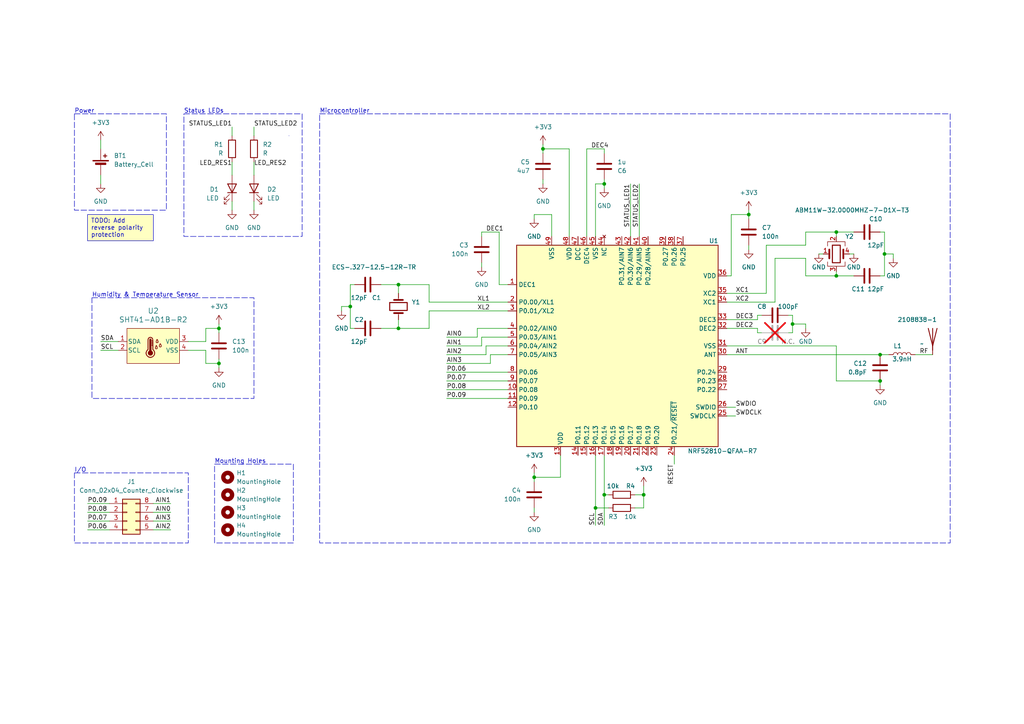
<source format=kicad_sch>
(kicad_sch (version 20230121) (generator eeschema)
  (paper "A4")
  (lib_symbols
    (symbol "Connector_Generic:Conn_02x04_Counter_Clockwise" (pin_names (offset 1.016) hide)
      (property "Reference" "J" (at 1.27 5.08 0))
      (property "Value" "Conn_02x04_Counter_Clockwise" (at 1.27 -7.62 0))
      (symbol "Conn_02x04_Counter_Clockwise_1_1"
        (rectangle (start -1.27 -4.953) (end 0 -5.207) (stroke (width 0.1524)))
        (rectangle (start -1.27 -2.413) (end 0 -2.667) (stroke (width 0.1524)))
        (rectangle (start -1.27 0.127) (end 0 -0.127) (stroke (width 0.1524)))
        (rectangle (start -1.27 2.667) (end 0 2.413) (stroke (width 0.1524)))
        (rectangle (start -1.27 3.81) (end 3.81 -6.35) (stroke (width 0.254)) (fill (type background)))
        (rectangle (start 3.81 -4.953) (end 2.54 -5.207) (stroke (width 0.1524)))
        (rectangle (start 3.81 -2.413) (end 2.54 -2.667) (stroke (width 0.1524)))
        (rectangle (start 3.81 0.127) (end 2.54 -0.127) (stroke (width 0.1524)))
        (rectangle (start 3.81 2.667) (end 2.54 2.413) (stroke (width 0.1524)))
        (pin passive line (at -5.08 2.54 0) (length 3.81) (name "Pin_1") (number "1"))
        (pin passive line (at -5.08 0 0) (length 3.81) (name "Pin_2") (number "2"))
        (pin passive line (at -5.08 -2.54 0) (length 3.81) (name "Pin_3") (number "3"))
        (pin passive line (at -5.08 -5.08 0) (length 3.81) (name "Pin_4") (number "4"))
        (pin passive line (at 7.62 -5.08 180) (length 3.81) (name "Pin_5") (number "5"))
        (pin passive line (at 7.62 -2.54 180) (length 3.81) (name "Pin_6") (number "6"))
        (pin passive line (at 7.62 0 180) (length 3.81) (name "Pin_7") (number "7"))
        (pin passive line (at 7.62 2.54 180) (length 3.81) (name "Pin_8") (number "8"))
      )
    )
    (symbol "Device:Antenna" (pin_numbers hide) (pin_names (offset 1.016) hide)
      (property "Reference" "AE" (at -1.905 1.905 0))
      (property "Value" "Antenna" (at -1.905 0 0))
      (symbol "Antenna_0_1"
        (polyline (pts (xy 0 2.54) (xy 0 -3.81)) (stroke (width 0.254)))
        (polyline (pts (xy 1.27 2.54) (xy 0 -2.54) (xy -1.27 2.54)) (stroke (width 0.254)))
      )
      (symbol "Antenna_1_1"
        (pin input line (at 0 -5.08 90) (length 2.54) (name "A") (number "1"))
      )
    )
    (symbol "Device:Battery_Cell" (pin_numbers hide) (pin_names (offset 0) hide)
      (property "Reference" "BT" (at 2.54 2.54 0))
      (property "Value" "Battery_Cell" (at 2.54 0 0))
      (symbol "Battery_Cell_0_1"
        (rectangle (start -2.286 1.778) (end 2.286 1.524) (fill (type outline)))
        (rectangle (start -1.524 1.016) (end 1.524 0.508) (fill (type outline)))
        (polyline (pts (xy 0 0.762) (xy 0 0)))
        (polyline (pts (xy 0 1.778) (xy 0 2.54)))
        (polyline (pts (xy 0.762 3.048) (xy 1.778 3.048)) (stroke (width 0.254)))
        (polyline (pts (xy 1.27 3.556) (xy 1.27 2.54)) (stroke (width 0.254)))
      )
      (symbol "Battery_Cell_1_1"
        (pin passive line (at 0 5.08 270) (length 2.54) (name "+") (number "1"))
        (pin passive line (at 0 -2.54 90) (length 2.54) (name "-") (number "2"))
      )
    )
    (symbol "Device:C" (pin_numbers hide) (pin_names (offset 0.254))
      (property "Reference" "C" (at 0.635 2.54 0))
      (property "Value" "C" (at 0.635 -2.54 0))
      (symbol "C_0_1"
        (polyline (pts (xy -2.032 -0.762) (xy 2.032 -0.762)) (stroke (width 0.508)))
        (polyline (pts (xy -2.032 0.762) (xy 2.032 0.762)) (stroke (width 0.508)))
      )
      (symbol "C_1_1"
        (pin passive line (at 0 3.81 270) (length 2.794) (name "~") (number "1"))
        (pin passive line (at 0 -3.81 90) (length 2.794) (name "~") (number "2"))
      )
    )
    (symbol "Device:Crystal" (pin_numbers hide) (pin_names (offset 1.016) hide)
      (property "Reference" "Y" (at 0 3.81 0))
      (property "Value" "Crystal" (at 0 -3.81 0))
      (symbol "Crystal_0_1"
        (rectangle (start -1.143 2.54) (end 1.143 -2.54) (stroke (width 0.3048)))
        (polyline (pts (xy -2.54 0) (xy -1.905 0)))
        (polyline (pts (xy -1.905 -1.27) (xy -1.905 1.27)) (stroke (width 0.508)))
        (polyline (pts (xy 1.905 -1.27) (xy 1.905 1.27)) (stroke (width 0.508)))
        (polyline (pts (xy 2.54 0) (xy 1.905 0)))
      )
      (symbol "Crystal_1_1"
        (pin passive line (at -3.81 0 0) (length 1.27) (name "1") (number "1"))
        (pin passive line (at 3.81 0 180) (length 1.27) (name "2") (number "2"))
      )
    )
    (symbol "Device:Crystal_GND23" (pin_names (offset 1.016) hide)
      (property "Reference" "Y" (at 3.175 5.08 0))
      (property "Value" "Crystal_GND23" (at 3.175 3.175 0))
      (symbol "Crystal_GND23_0_1"
        (rectangle (start -1.143 2.54) (end 1.143 -2.54) (stroke (width 0.3048)))
        (polyline (pts (xy -2.54 0) (xy -2.032 0)))
        (polyline (pts (xy -2.032 -1.27) (xy -2.032 1.27)) (stroke (width 0.508)))
        (polyline (pts (xy 0 -3.81) (xy 0 -3.556)))
        (polyline (pts (xy 0 3.556) (xy 0 3.81)))
        (polyline (pts (xy 2.032 -1.27) (xy 2.032 1.27)) (stroke (width 0.508)))
        (polyline (pts (xy 2.032 0) (xy 2.54 0)))
        (polyline (pts (xy -2.54 -2.286) (xy -2.54 -3.556) (xy 2.54 -3.556) (xy 2.54 -2.286)))
        (polyline (pts (xy -2.54 2.286) (xy -2.54 3.556) (xy 2.54 3.556) (xy 2.54 2.286)))
      )
      (symbol "Crystal_GND23_1_1"
        (pin passive line (at -3.81 0 0) (length 1.27) (name "1") (number "1"))
        (pin passive line (at 0 5.08 270) (length 1.27) (name "2") (number "2"))
        (pin passive line (at 0 -5.08 90) (length 1.27) (name "3") (number "3"))
        (pin passive line (at 3.81 0 180) (length 1.27) (name "4") (number "4"))
      )
    )
    (symbol "Device:L" (pin_numbers hide) (pin_names (offset 1.016) hide)
      (property "Reference" "L" (at -1.27 0 90))
      (property "Value" "L" (at 1.905 0 90))
      (symbol "L_0_1"
        (arc (start 0 -2.54) (mid 0.6323 -1.905) (end 0 -1.27))
        (arc (start 0 -1.27) (mid 0.6323 -0.635) (end 0 0))
        (arc (start 0 0) (mid 0.6323 0.635) (end 0 1.27))
        (arc (start 0 1.27) (mid 0.6323 1.905) (end 0 2.54))
      )
      (symbol "L_1_1"
        (pin passive line (at 0 3.81 270) (length 1.27) (name "1") (number "1"))
        (pin passive line (at 0 -3.81 90) (length 1.27) (name "2") (number "2"))
      )
    )
    (symbol "Device:LED" (pin_numbers hide) (pin_names (offset 1.016) hide)
      (property "Reference" "D" (at 0 2.54 0))
      (property "Value" "LED" (at 0 -2.54 0))
      (symbol "LED_0_1"
        (polyline (pts (xy -1.27 -1.27) (xy -1.27 1.27)) (stroke (width 0.254)))
        (polyline (pts (xy -1.27 0) (xy 1.27 0)))
        (polyline (pts (xy 1.27 -1.27) (xy 1.27 1.27) (xy -1.27 0) (xy 1.27 -1.27)) (stroke (width 0.254)))
        (polyline (pts (xy -3.048 -0.762) (xy -4.572 -2.286) (xy -3.81 -2.286) (xy -4.572 -2.286) (xy -4.572 -1.524)))
        (polyline (pts (xy -1.778 -0.762) (xy -3.302 -2.286) (xy -2.54 -2.286) (xy -3.302 -2.286) (xy -3.302 -1.524)))
      )
      (symbol "LED_1_1"
        (pin passive line (at -3.81 0 0) (length 2.54) (name "K") (number "1"))
        (pin passive line (at 3.81 0 180) (length 2.54) (name "A") (number "2"))
      )
    )
    (symbol "Device:R" (pin_numbers hide) (pin_names (offset 0))
      (property "Reference" "R" (at 2.032 0 90))
      (property "Value" "R" (at 0 0 90))
      (symbol "R_0_1"
        (rectangle (start -1.016 -2.54) (end 1.016 2.54) (stroke (width 0.254)))
      )
      (symbol "R_1_1"
        (pin passive line (at 0 3.81 270) (length 1.27) (name "~") (number "1"))
        (pin passive line (at 0 -3.81 90) (length 1.27) (name "~") (number "2"))
      )
    )
    (symbol "Mechanical:MountingHole" (pin_names (offset 1.016))
      (property "Reference" "H" (at 0 5.08 0))
      (property "Value" "MountingHole" (at 0 3.175 0))
      (symbol "MountingHole_0_1"
        (circle (center 0 0) (radius 1.27) (stroke (width 1.27)))
      )
    )
    (symbol "encyclopedia_galactica:NRF52810-QFAA-R7"
      (property "Reference" "U" (at 0 54.61 0))
      (property "Value" "NRF52810-QFAA-R7" (at 0 52.07 0))
      (symbol "NRF52810-QFAA-R7_0_1"
        (rectangle (start -29.21 29.21) (end 29.21 -29.21) (stroke (width 0.254)) (fill (type background)))
      )
      (symbol "NRF52810-QFAA-R7_1_1"
        (pin passive line (at -31.75 17.78 0) (length 2.54) (name "DEC1") (number "1"))
        (pin bidirectional line (at -31.75 -12.7 0) (length 2.54) (name "P0.08") (number "10"))
        (pin bidirectional line (at -31.75 -15.24 0) (length 2.54) (name "P0.09") (number "11"))
        (pin bidirectional line (at -31.75 -17.78 0) (length 2.54) (name "P0.10") (number "12"))
        (pin power_in line (at -16.51 -31.75 90) (length 2.54) (name "VDD") (number "13"))
        (pin bidirectional line (at -11.43 -31.75 90) (length 2.54) (name "P0.11") (number "14"))
        (pin bidirectional line (at -8.89 -31.75 90) (length 2.54) (name "P0.12") (number "15"))
        (pin bidirectional line (at -6.35 -31.75 90) (length 2.54) (name "P0.13") (number "16"))
        (pin bidirectional line (at -3.81 -31.75 90) (length 2.54) (name "P0.14") (number "17"))
        (pin bidirectional line (at -1.27 -31.75 90) (length 2.54) (name "P0.15") (number "18"))
        (pin bidirectional line (at 1.27 -31.75 90) (length 2.54) (name "P0.16") (number "19"))
        (pin bidirectional line (at -31.75 12.7 0) (length 2.54) (name "P0.00/XL1") (number "2"))
        (pin bidirectional line (at 3.81 -31.75 90) (length 2.54) (name "P0.17") (number "20"))
        (pin bidirectional line (at 6.35 -31.75 90) (length 2.54) (name "P0.18") (number "21"))
        (pin bidirectional line (at 8.89 -31.75 90) (length 2.54) (name "P0.19") (number "22"))
        (pin bidirectional line (at 11.43 -31.75 90) (length 2.54) (name "P0.20") (number "23"))
        (pin bidirectional line (at 16.51 -31.75 90) (length 2.54) (name "P0.21/~{RESET}") (number "24"))
        (pin input line (at 31.75 -20.32 180) (length 2.54) (name "SWDCLK") (number "25"))
        (pin bidirectional line (at 31.75 -17.78 180) (length 2.54) (name "SWDIO") (number "26"))
        (pin bidirectional line (at 31.75 -12.7 180) (length 2.54) (name "P0.22") (number "27"))
        (pin bidirectional line (at 31.75 -10.16 180) (length 2.54) (name "P0.23") (number "28"))
        (pin bidirectional line (at 31.75 -7.62 180) (length 2.54) (name "P0.24") (number "29"))
        (pin bidirectional line (at -31.75 10.16 0) (length 2.54) (name "P0.01/XL2") (number "3"))
        (pin passive line (at 31.75 -2.54 180) (length 2.54) (name "ANT") (number "30"))
        (pin power_in line (at 31.75 0 180) (length 2.54) (name "VSS") (number "31"))
        (pin passive line (at 31.75 5.08 180) (length 2.54) (name "DEC2") (number "32"))
        (pin passive line (at 31.75 7.62 180) (length 2.54) (name "DEC3") (number "33"))
        (pin input line (at 31.75 12.7 180) (length 2.54) (name "XC1") (number "34"))
        (pin input line (at 31.75 15.24 180) (length 2.54) (name "XC2") (number "35"))
        (pin passive line (at 31.75 20.32 180) (length 2.54) (name "VDD") (number "36"))
        (pin bidirectional line (at 19.05 31.75 270) (length 2.54) (name "P0.25") (number "37"))
        (pin bidirectional line (at 16.51 31.75 270) (length 2.54) (name "P0.26") (number "38"))
        (pin bidirectional line (at 13.97 31.75 270) (length 2.54) (name "P0.27") (number "39"))
        (pin bidirectional line (at -31.75 5.08 0) (length 2.54) (name "P0.02/AIN0") (number "4"))
        (pin bidirectional line (at 8.89 31.75 270) (length 2.54) (name "P0.28/AIN4") (number "40"))
        (pin bidirectional line (at 6.35 31.75 270) (length 2.54) (name "P0.29/AIN5") (number "41"))
        (pin bidirectional line (at 3.81 31.75 270) (length 2.54) (name "P0.30/AIN6") (number "42"))
        (pin bidirectional line (at 1.27 31.75 270) (length 2.54) (name "P0.31/AIN7") (number "43"))
        (pin no_connect line (at -3.81 31.75 270) (length 2.54) (name "NC") (number "44"))
        (pin passive line (at -6.35 31.75 270) (length 2.54) (name "VSS") (number "45"))
        (pin passive line (at -8.89 31.75 270) (length 2.54) (name "DEC4") (number "46"))
        (pin power_out line (at -11.43 31.75 270) (length 2.54) (name "DCC") (number "47"))
        (pin passive line (at -13.97 31.75 270) (length 2.54) (name "VDD") (number "48"))
        (pin passive line (at -19.05 31.75 270) (length 2.54) (name "VSS") (number "49"))
        (pin bidirectional line (at -31.75 2.54 0) (length 2.54) (name "P0.03/AIN1") (number "5"))
        (pin bidirectional line (at -31.75 0 0) (length 2.54) (name "P0.04/AIN2") (number "6"))
        (pin bidirectional line (at -31.75 -2.54 0) (length 2.54) (name "P0.05/AIN3") (number "7"))
        (pin bidirectional line (at -31.75 -7.62 0) (length 2.54) (name "P0.06") (number "8"))
        (pin bidirectional line (at -31.75 -10.16 0) (length 2.54) (name "P0.07") (number "9"))
      )
    )
    (symbol "encyclopedia_galactica:SHT41-AD1B-R2" (pin_names (offset 0.254))
      (property "Reference" "U" (at 0 13.97 0))
      (property "Value" "SHT41-AD1B-R2" (at 0 11.43 0))
      (symbol "SHT41-AD1B-R2_0_0"
        (polyline (pts (xy -0.7782 -2.7679) (xy -0.7538 -2.7614) (xy -0.6273 -2.7452) (xy -0.5713 -2.733) (xy -0.4386 -2.65) (xy -0.3005 -2.5149) (xy -0.1862 -2.3589) (xy -0.1253 -2.2133) (xy -0.1122 -1.9777) (xy -0.1841 -1.7536) (xy -0.3553 -1.5359) (xy -0.5465 -1.3446) (xy -0.5465 0.2882) (xy -0.5465 1.9209) (xy -0.6855 2.012) (xy -0.7691 2.0613) (xy -0.8546 2.0708) (xy -0.9634 2.012) (xy -1.1023 1.9209) (xy -1.1023 0.2767) (xy -1.1023 -1.3675) (xy -1.2424 -1.4777) (xy -1.2888 -1.5171) (xy -1.4497 -1.7284) (xy -1.5229 -1.9679) (xy -1.5126 -2.2124) (xy -1.4228 -2.4384) (xy -1.2576 -2.6226) (xy -1.0211 -2.7416) (xy -0.8813 -2.7694) (xy -0.7782 -2.7679)) (stroke (width 0.01)) (fill (type outline)))
        (polyline (pts (xy 2.1727 -0.3391) (xy 2.3119 -0.2679) (xy 2.3683 -0.175) (xy 2.3992 -0.0278) (xy 2.3871 0.0546) (xy 2.337 0.2108) (xy 2.2619 0.3868) (xy 2.177 0.5511) (xy 2.0973 0.6727) (xy 2.0379 0.7202) (xy 1.9994 0.6955) (xy 1.9245 0.5928) (xy 1.8393 0.4391) (xy 1.7593 0.2658) (xy 1.6999 0.1045) (xy 1.6767 -0.0135) (xy 1.6805 -0.0349) (xy 1.7878 -0.0349) (xy 1.7977 0.0177) (xy 1.8421 0.1542) (xy 1.9103 0.3256) (xy 2.0328 0.6103) (xy 2.1597 0.3359) (xy 2.2226 0.1922) (xy 2.2764 0.0231) (xy 2.275 -0.0919) (xy 2.2213 -0.1774) (xy 2.1655 -0.214) (xy 2.0379 -0.2441) (xy 1.9584 -0.2324) (xy 1.8367 -0.1559) (xy 1.7878 -0.0349) (xy 1.6805 -0.0349) (xy 1.6952 -0.1171) (xy 1.7686 -0.2536) (xy 1.8305 -0.3015) (xy 1.9945 -0.3498) (xy 2.1727 -0.3391)) (stroke (width 0.01)) (fill (type outline)))
        (polyline (pts (xy 1.2779 0.8852) (xy 1.3876 0.9342) (xy 1.439 1.0346) (xy 1.4494 1.2197) (xy 1.4056 1.4476) (xy 1.3104 1.6903) (xy 1.2438 1.815) (xy 1.1682 1.9333) (xy 1.1209 1.9791) (xy 1.087 1.9506) (xy 1.016 1.8457) (xy 0.9313 1.6903) (xy 0.8493 1.4902) (xy 0.7962 1.2577) (xy 0.7964 1.2083) (xy 0.8985 1.2083) (xy 0.907 1.2863) (xy 0.947 1.4367) (xy 1.0063 1.5899) (xy 1.0699 1.7089) (xy 1.1227 1.7568) (xy 1.1687 1.7194) (xy 1.2295 1.6057) (xy 1.286 1.4514) (xy 1.3252 1.2933) (xy 1.3338 1.1679) (xy 1.3235 1.1054) (xy 1.2709 1.0212) (xy 1.1467 0.9899) (xy 1.1356 0.9889) (xy 0.987 0.994) (xy 0.9164 1.0597) (xy 0.8985 1.2083) (xy 0.7964 1.2083) (xy 0.7968 1.063) (xy 0.8541 0.9342) (xy 0.9555 0.8871) (xy 1.116 0.8695) (xy 1.2779 0.8852)) (stroke (width 0.01)) (fill (type outline)))
        (polyline (pts (xy 1.1245 -0.8535) (xy 1.1312 -0.8498) (xy 1.2085 -0.7577) (xy 1.2315 -0.5895) (xy 1.2238 -0.507) (xy 1.1823 -0.3342) (xy 1.116 -0.1464) (xy 1.038 0.0259) (xy 0.9612 0.1517) (xy 0.8985 0.2005) (xy 0.864 0.1827) (xy 0.7914 0.0847) (xy 0.7123 -0.0722) (xy 0.6397 -0.2572) (xy 0.5864 -0.4397) (xy 0.5682 -0.5702) (xy 0.6762 -0.5702) (xy 0.6847 -0.4923) (xy 0.7246 -0.3419) (xy 0.784 -0.1887) (xy 0.8476 -0.0697) (xy 0.9004 -0.0218) (xy 0.9464 -0.0591) (xy 1.0072 -0.1728) (xy 1.0637 -0.3271) (xy 1.1029 -0.4853) (xy 1.1115 -0.6106) (xy 1.1012 -0.6731) (xy 1.0485 -0.7574) (xy 0.9243 -0.7887) (xy 0.9133 -0.7897) (xy 0.7647 -0.7846) (xy 0.6941 -0.7188) (xy 0.6762 -0.5702) (xy 0.5682 -0.5702) (xy 0.5656 -0.5887) (xy 0.5845 -0.7427) (xy 0.6623 -0.851) (xy 0.7257 -0.88) (xy 0.9286 -0.906) (xy 1.1245 -0.8535)) (stroke (width 0.01)) (fill (type outline)))
        (polyline (pts (xy -0.5545 -3.3797) (xy -0.2175 -3.2426) (xy 0.0945 -2.9972) (xy 0.1243 -2.9669) (xy 0.3463 -2.6832) (xy 0.4707 -2.3844) (xy 0.5089 -2.044) (xy 0.476 -1.8294) (xy 0.3828 -1.5698) (xy 0.2505 -1.3237) (xy 0.1 -1.1376) (xy -0.0463 -1.0029) (xy -0.0464 0.4742) (xy -0.0467 0.7893) (xy -0.0488 1.1761) (xy -0.0534 1.4752) (xy -0.0614 1.7005) (xy -0.0736 1.8661) (xy -0.0909 1.986) (xy -0.1139 2.0742) (xy -0.1437 2.1447) (xy -0.2598 2.3183) (xy -0.4689 2.4887) (xy -0.7142 2.5745) (xy -0.9722 2.5687) (xy -1.2192 2.4643) (xy -1.2384 2.4513) (xy -1.3421 2.3751) (xy -1.424 2.294) (xy -1.4867 2.1948) (xy -1.5327 2.0641) (xy -1.5646 1.8887) (xy -1.585 1.6553) (xy -1.5964 1.3506) (xy -1.6014 0.9613) (xy -1.6025 0.4742) (xy -1.6026 -1.0029) (xy -1.7489 -1.1376) (xy -1.8907 -1.3105) (xy -2.0247 -1.5544) (xy -2.1208 -1.8145) (xy -2.1578 -2.044) (xy -2.1575 -2.0827) (xy -2.138 -2.2218) (xy -1.9808 -2.2218) (xy -1.9707 -1.897) (xy -1.8626 -1.5804) (xy -1.6554 -1.2905) (xy -1.4358 -1.0597) (xy -1.4358 0.4346) (xy -1.4358 0.4797) (xy -1.4346 0.9365) (xy -1.4309 1.2963) (xy -1.424 1.572) (xy -1.4133 1.7764) (xy -1.398 1.9226) (xy -1.3777 2.0235) (xy -1.3515 2.0921) (xy -1.3513 2.0925) (xy -1.216 2.2564) (xy -1.0244 2.3768) (xy -0.8244 2.4237) (xy -0.7891 2.4224) (xy -0.5709 2.3561) (xy -0.3871 2.2073) (xy -0.2603 2.0002) (xy -0.2131 1.7595) (xy -0.2144 1.7118) (xy -0.2434 1.6157) (xy -0.3242 1.59) (xy -0.389 1.5745) (xy -0.4354 1.5066) (xy -0.4147 1.458) (xy -0.3242 1.4233) (xy -0.2391 1.3933) (xy -0.2131 1.2843) (xy -0.237 1.1779) (xy -0.3242 1.1454) (xy -0.389 1.1299) (xy -0.4354 1.062) (xy -0.4147 1.0134) (xy -0.3242 0.9786) (xy -0.2391 0.9486) (xy -0.2131 0.8397) (xy -0.237 0.7333) (xy -0.3242 0.7007) (xy -0.389 0.6853) (xy -0.4354 0.6174) (xy -0.4147 0.5687) (xy -0.3242 0.534) (xy -0.2391 0.504) (xy -0.2131 0.395) (xy -0.237 0.2887) (xy -0.3242 0.2561) (xy -0.389 0.2406) (xy -0.4354 0.1727) (xy -0.4147 0.1241) (xy -0.3242 0.0894) (xy -0.3128 0.0892) (xy -0.2667 0.0778) (xy -0.2375 0.0345) (xy -0.2213 -0.0606) (xy -0.2145 -0.2272) (xy -0.2131 -0.4852) (xy -0.2131 -1.0597) (xy 0.0065 -1.2905) (xy 0.1132 -1.418) (xy 0.2758 -1.7239) (xy 0.3386 -2.0486) (xy 0.3025 -2.3736) (xy 0.168 -2.6806) (xy -0.0639 -2.9511) (xy -0.1168 -2.9941) (xy -0.3007 -3.1115) (xy -0.4755 -3.1865) (xy -0.586 -3.2131) (xy -0.9384 -3.2355) (xy -1.2628 -3.1514) (xy -1.568 -2.9592) (xy -1.7106 -2.8208) (xy -1.8938 -2.5359) (xy -1.9808 -2.2218) (xy -2.138 -2.2218) (xy -2.1106 -2.4174) (xy -1.9764 -2.7137) (xy -1.7434 -2.9978) (xy -1.5826 -3.142) (xy -1.4085 -3.2682) (xy -1.2691 -3.3395) (xy -0.9161 -3.4084) (xy -0.5545 -3.3797)) (stroke (width 0.01)) (fill (type outline)))
      )
      (symbol "SHT41-AD1B-R2_1_1"
        (rectangle (start -7.62 5.08) (end 7.62 -5.08) (fill (type background)))
        (pin bidirectional line (at -10.16 1.27 0) (length 2.54) (name "SDA") (number "1"))
        (pin input line (at -10.16 -1.27 0) (length 2.54) (name "SCL") (number "2"))
        (pin power_in line (at 10.16 1.27 180) (length 2.54) (name "VDD") (number "3"))
        (pin power_out line (at 10.16 -1.27 180) (length 2.54) (name "VSS") (number "4"))
      )
    )
    (symbol "power:+3V3" (power) (pin_names (offset 0))
      (property "Value" "+3V3" (at 0 3.556 0))
      (symbol "+3V3_0_1"
        (polyline (pts (xy -0.762 1.27) (xy 0 2.54)))
        (polyline (pts (xy 0 0) (xy 0 2.54)))
        (polyline (pts (xy 0 2.54) (xy 0.762 1.27)))
      )
      (symbol "+3V3_1_1"
        (pin power_in line (at 0 0 90) (length 0) hide (name "+3V3") (number "1"))
      )
    )
    (symbol "power:GND" (power) (pin_names (offset 0))
      (property "Value" "GND" (at 0 -3.81 0))
      (symbol "GND_0_1"
        (polyline (pts (xy 0 0) (xy 0 -1.27) (xy 1.27 -1.27) (xy 0 -2.54) (xy -1.27 -1.27) (xy 0 -1.27)))
      )
      (symbol "GND_1_1"
        (pin power_in line (at 0 0 270) (length 0) hide (name "GND") (number "1"))
      )
    )
  )
  (junction (at 242.57 67.31))
  (junction (at 175.26 143.51))
  (junction (at 255.27 110.49))
  (junction (at 175.26 53.34))
  (junction (at 186.69 143.51))
  (junction (at 255.27 102.87))
  (junction (at 115.57 95.25))
  (junction (at 63.5 105.41))
  (junction (at 154.94 138.43))
  (junction (at 217.17 62.23))
  (junction (at 242.57 80.01))
  (junction (at 101.6 88.9))
  (junction (at 229.87 93.98))
  (junction (at 115.57 82.55))
  (junction (at 63.5 95.25))
  (junction (at 256.54 73.66))
  (junction (at 157.48 43.18))
  (junction (at 172.72 147.32))
  (wire (pts (xy 129.54 100.33) (xy 139.7 100.33)))
  (wire (pts (xy 139.7 76.2) (xy 139.7 77.47)))
  (wire (pts (xy 101.6 95.25) (xy 101.6 88.9)))
  (wire (pts (xy 175.26 52.07) (xy 175.26 53.34)))
  (wire (pts (xy 242.57 80.01) (xy 242.57 78.74)))
  (wire (pts (xy 212.09 80.01) (xy 210.82 80.01)))
  (wire (pts (xy 29.21 101.6) (xy 34.29 101.6)))
  (wire (pts (xy 147.32 97.79) (xy 139.7 97.79)))
  (wire (pts (xy 222.25 71.12) (xy 222.25 85.09)))
  (wire (pts (xy 157.48 52.07) (xy 157.48 53.34)))
  (wire (pts (xy 129.54 115.57) (xy 147.32 115.57)))
  (wire (pts (xy 233.68 93.98) (xy 229.87 93.98)))
  (wire (pts (xy 184.15 143.51) (xy 186.69 143.51)))
  (wire (pts (xy 224.79 74.93) (xy 233.68 74.93)))
  (wire (pts (xy 63.5 93.98) (xy 63.5 95.25)))
  (wire (pts (xy 115.57 82.55) (xy 115.57 85.09)))
  (wire (pts (xy 124.46 82.55) (xy 124.46 87.63)))
  (wire (pts (xy 265.43 102.87) (xy 270.51 102.87)))
  (wire (pts (xy 29.21 50.8) (xy 29.21 53.34)))
  (wire (pts (xy 172.72 147.32) (xy 176.53 147.32)))
  (wire (pts (xy 182.88 53.34) (xy 182.88 68.58)))
  (wire (pts (xy 140.97 100.33) (xy 140.97 102.87)))
  (wire (pts (xy 44.45 151.13) (xy 49.53 151.13)))
  (wire (pts (xy 59.69 95.25) (xy 63.5 95.25)))
  (wire (pts (xy 175.26 143.51) (xy 175.26 152.4)))
  (wire (pts (xy 256.54 80.01) (xy 256.54 73.66)))
  (wire (pts (xy 220.98 96.52) (xy 219.71 96.52)))
  (wire (pts (xy 185.42 53.34) (xy 185.42 68.58)))
  (wire (pts (xy 67.31 36.83) (xy 67.31 39.37)))
  (wire (pts (xy 175.26 143.51) (xy 176.53 143.51)))
  (wire (pts (xy 102.87 95.25) (xy 101.6 95.25)))
  (wire (pts (xy 154.94 147.32) (xy 154.94 148.59)))
  (wire (pts (xy 129.54 102.87) (xy 140.97 102.87)))
  (wire (pts (xy 129.54 107.95) (xy 147.32 107.95)))
  (wire (pts (xy 129.54 110.49) (xy 147.32 110.49)))
  (wire (pts (xy 139.7 68.58) (xy 139.7 67.31)))
  (wire (pts (xy 29.21 40.64) (xy 29.21 43.18)))
  (wire (pts (xy 154.94 138.43) (xy 162.56 138.43)))
  (wire (pts (xy 144.78 82.55) (xy 144.78 67.31)))
  (wire (pts (xy 144.78 67.31) (xy 139.7 67.31)))
  (wire (pts (xy 172.72 147.32) (xy 172.72 152.4)))
  (wire (pts (xy 147.32 95.25) (xy 138.43 95.25)))
  (wire (pts (xy 233.68 95.25) (xy 233.68 93.98)))
  (wire (pts (xy 255.27 102.87) (xy 257.81 102.87)))
  (wire (pts (xy 229.87 93.98) (xy 229.87 96.52)))
  (wire (pts (xy 59.69 99.06) (xy 59.69 95.25)))
  (wire (pts (xy 44.45 153.67) (xy 49.53 153.67)))
  (wire (pts (xy 217.17 60.96) (xy 217.17 62.23)))
  (wire (pts (xy 63.5 95.25) (xy 63.5 96.52)))
  (wire (pts (xy 242.57 67.31) (xy 233.68 67.31)))
  (wire (pts (xy 238.76 73.66) (xy 237.49 73.66)))
  (wire (pts (xy 170.18 43.18) (xy 170.18 68.58)))
  (wire (pts (xy 129.54 113.03) (xy 147.32 113.03)))
  (wire (pts (xy 220.98 91.44) (xy 219.71 91.44)))
  (wire (pts (xy 154.94 138.43) (xy 154.94 139.7)))
  (wire (pts (xy 165.1 43.18) (xy 157.48 43.18)))
  (wire (pts (xy 228.6 91.44) (xy 229.87 91.44)))
  (wire (pts (xy 25.4 148.59) (xy 31.75 148.59)))
  (wire (pts (xy 154.94 137.16) (xy 154.94 138.43)))
  (wire (pts (xy 210.82 100.33) (xy 242.57 100.33)))
  (wire (pts (xy 99.06 90.17) (xy 99.06 88.9)))
  (wire (pts (xy 210.82 102.87) (xy 255.27 102.87)))
  (wire (pts (xy 110.49 82.55) (xy 115.57 82.55)))
  (wire (pts (xy 142.24 102.87) (xy 142.24 105.41)))
  (wire (pts (xy 139.7 97.79) (xy 139.7 100.33)))
  (wire (pts (xy 157.48 41.91) (xy 157.48 43.18)))
  (wire (pts (xy 25.4 151.13) (xy 31.75 151.13)))
  (wire (pts (xy 165.1 68.58) (xy 165.1 43.18)))
  (wire (pts (xy 172.72 132.08) (xy 172.72 147.32)))
  (wire (pts (xy 224.79 74.93) (xy 224.79 87.63)))
  (wire (pts (xy 184.15 147.32) (xy 186.69 147.32)))
  (wire (pts (xy 186.69 143.51) (xy 186.69 140.97)))
  (wire (pts (xy 175.26 132.08) (xy 175.26 143.51)))
  (wire (pts (xy 242.57 67.31) (xy 242.57 68.58)))
  (wire (pts (xy 256.54 67.31) (xy 255.27 67.31)))
  (wire (pts (xy 233.68 80.01) (xy 242.57 80.01)))
  (wire (pts (xy 73.66 58.42) (xy 73.66 60.96)))
  (wire (pts (xy 195.58 132.08) (xy 195.58 134.62)))
  (wire (pts (xy 242.57 100.33) (xy 242.57 110.49)))
  (wire (pts (xy 247.65 73.66) (xy 246.38 73.66)))
  (wire (pts (xy 217.17 62.23) (xy 217.17 63.5)))
  (wire (pts (xy 138.43 95.25) (xy 138.43 97.79)))
  (wire (pts (xy 242.57 110.49) (xy 255.27 110.49)))
  (wire (pts (xy 115.57 95.25) (xy 124.46 95.25)))
  (wire (pts (xy 25.4 146.05) (xy 31.75 146.05)))
  (wire (pts (xy 210.82 95.25) (xy 219.71 95.25)))
  (wire (pts (xy 217.17 71.12) (xy 217.17 72.39)))
  (wire (pts (xy 25.4 153.67) (xy 31.75 153.67)))
  (wire (pts (xy 63.5 105.41) (xy 63.5 106.68)))
  (wire (pts (xy 157.48 43.18) (xy 157.48 44.45)))
  (wire (pts (xy 259.08 74.93) (xy 259.08 73.66)))
  (wire (pts (xy 124.46 87.63) (xy 147.32 87.63)))
  (wire (pts (xy 124.46 90.17) (xy 147.32 90.17)))
  (wire (pts (xy 67.31 58.42) (xy 67.31 60.96)))
  (wire (pts (xy 160.02 62.23) (xy 154.94 62.23)))
  (wire (pts (xy 67.31 46.99) (xy 67.31 50.8)))
  (wire (pts (xy 44.45 146.05) (xy 49.53 146.05)))
  (wire (pts (xy 115.57 82.55) (xy 124.46 82.55)))
  (wire (pts (xy 210.82 92.71) (xy 219.71 92.71)))
  (wire (pts (xy 212.09 62.23) (xy 217.17 62.23)))
  (wire (pts (xy 175.26 43.18) (xy 175.26 44.45)))
  (wire (pts (xy 228.6 96.52) (xy 229.87 96.52)))
  (wire (pts (xy 255.27 80.01) (xy 256.54 80.01)))
  (wire (pts (xy 138.43 97.79) (xy 129.54 97.79)))
  (wire (pts (xy 124.46 95.25) (xy 124.46 90.17)))
  (wire (pts (xy 175.26 53.34) (xy 175.26 54.61)))
  (wire (pts (xy 210.82 120.65) (xy 213.36 120.65)))
  (wire (pts (xy 101.6 88.9) (xy 101.6 82.55)))
  (wire (pts (xy 170.18 43.18) (xy 175.26 43.18)))
  (wire (pts (xy 73.66 46.99) (xy 73.66 50.8)))
  (wire (pts (xy 147.32 102.87) (xy 142.24 102.87)))
  (wire (pts (xy 186.69 147.32) (xy 186.69 143.51)))
  (wire (pts (xy 63.5 104.14) (xy 63.5 105.41)))
  (wire (pts (xy 224.79 87.63) (xy 210.82 87.63)))
  (wire (pts (xy 219.71 95.25) (xy 219.71 96.52)))
  (wire (pts (xy 233.68 67.31) (xy 233.68 71.12)))
  (wire (pts (xy 142.24 105.41) (xy 129.54 105.41)))
  (wire (pts (xy 44.45 148.59) (xy 49.53 148.59)))
  (wire (pts (xy 255.27 110.49) (xy 255.27 111.76)))
  (wire (pts (xy 54.61 99.06) (xy 59.69 99.06)))
  (wire (pts (xy 256.54 73.66) (xy 256.54 67.31)))
  (wire (pts (xy 172.72 53.34) (xy 175.26 53.34)))
  (wire (pts (xy 259.08 73.66) (xy 256.54 73.66)))
  (wire (pts (xy 59.69 101.6) (xy 59.69 105.41)))
  (wire (pts (xy 154.94 62.23) (xy 154.94 63.5)))
  (wire (pts (xy 160.02 68.58) (xy 160.02 62.23)))
  (wire (pts (xy 147.32 82.55) (xy 144.78 82.55)))
  (wire (pts (xy 73.66 36.83) (xy 73.66 39.37)))
  (wire (pts (xy 233.68 80.01) (xy 233.68 74.93)))
  (wire (pts (xy 247.65 67.31) (xy 242.57 67.31)))
  (wire (pts (xy 54.61 101.6) (xy 59.69 101.6)))
  (wire (pts (xy 229.87 91.44) (xy 229.87 93.98)))
  (wire (pts (xy 115.57 92.71) (xy 115.57 95.25)))
  (wire (pts (xy 29.21 99.06) (xy 34.29 99.06)))
  (wire (pts (xy 110.49 95.25) (xy 115.57 95.25)))
  (wire (pts (xy 147.32 100.33) (xy 140.97 100.33)))
  (wire (pts (xy 59.69 105.41) (xy 63.5 105.41)))
  (wire (pts (xy 162.56 132.08) (xy 162.56 138.43)))
  (wire (pts (xy 212.09 62.23) (xy 212.09 80.01)))
  (wire (pts (xy 172.72 53.34) (xy 172.72 68.58)))
  (wire (pts (xy 210.82 118.11) (xy 213.36 118.11)))
  (wire (pts (xy 222.25 71.12) (xy 233.68 71.12)))
  (wire (pts (xy 99.06 88.9) (xy 101.6 88.9)))
  (wire (pts (xy 247.65 80.01) (xy 242.57 80.01)))
  (wire (pts (xy 210.82 85.09) (xy 222.25 85.09)))
  (wire (pts (xy 101.6 82.55) (xy 102.87 82.55)))
  (wire (pts (xy 219.71 91.44) (xy 219.71 92.71)))
  (rectangle (start 53.34 33.02) (end 87.63 68.58) (stroke (width 0) (type dash)))
  (rectangle (start 21.59 137.16) (end 54.61 157.48) (stroke (width 0) (type dash)))
  (rectangle (start 21.59 33.02) (end 48.26 60.96) (stroke (width 0) (type dash)))
  (rectangle (start 92.71 33.02) (end 275.59 157.48) (stroke (width 0) (type dash)))
  (rectangle (start 26.67 86.36) (end 73.66 115.57) (stroke (width 0) (type dash)))
  (rectangle (start 62.23 134.62) (end 85.09 157.48) (stroke (width 0) (type dash)))
  (rectangle (start 83.82 39.37) (end 83.82 39.37))
  (text_box "TODO: Add reverse polarity protection" (at 25.4 62.23 0) (size 19.05 7.62) (fill (type color) (color 255 255 194 1)) (effects (font (size 1.27 1.27)) (justify left top)))
  (text "Humidity & Temperature Sensor" (at 26.67 86.36 0) (effects (font (size 1.27 1.27)) (justify left bottom)))
  (text "Microcontroller" (at 92.71 33.02 0) (effects (font (size 1.27 1.27)) (justify left bottom)))
  (text "Mounting Holes" (at 62.23 134.62 0) (effects (font (size 1.27 1.27)) (justify left bottom)))
  (text "I/O" (at 21.59 137.16 0) (effects (font (size 1.27 1.27)) (justify left bottom)))
  (text "Status LEDs" (at 53.34 33.02 0) (effects (font (size 1.27 1.27)) (justify left bottom)))
  (text "Power" (at 21.59 33.02 0) (effects (font (size 1.27 1.27)) (justify left bottom)))
  (label "P0.06" (at 25.4 153.67 0))
  (label "ANT" (at 213.36 102.87 0))
  (label "AIN0" (at 129.54 97.79 0))
  (label "P0.06" (at 129.54 107.95 0))
  (label "SDA" (at 29.21 99.06 0))
  (label "AIN2" (at 49.53 153.67 180))
  (label "SWDIO" (at 213.36 118.11 0))
  (label "XC1" (at 213.36 85.09 0))
  (label "STATUS_LED1" (at 67.31 36.83 180))
  (label "SCL" (at 172.72 152.4 90))
  (label "DEC3" (at 213.36 92.71 0))
  (label "P0.08" (at 129.54 113.03 0))
  (label "P0.09" (at 25.4 146.05 0))
  (label "RF" (at 266.7 102.87 0))
  (label "STATUS_LED2" (at 185.42 53.34 270))
  (label "XL2" (at 138.43 90.17 0))
  (label "AIN3" (at 129.54 105.41 0))
  (label "DEC2" (at 213.36 95.25 0))
  (label "P0.08" (at 25.4 148.59 0))
  (label "AIN3" (at 49.53 151.13 180))
  (label "LED_RES1" (at 67.31 48.26 180))
  (label "DEC1" (at 140.97 67.31 0))
  (label "SDA" (at 175.26 152.4 90))
  (label "P0.07" (at 129.54 110.49 0))
  (label "SCL" (at 29.21 101.6 0))
  (label "P0.07" (at 25.4 151.13 0))
  (label "STATUS_LED2" (at 73.66 36.83 0))
  (label "P0.09" (at 129.54 115.57 0))
  (label "AIN1" (at 49.53 146.05 180))
  (label "SWDCLK" (at 213.36 120.65 0))
  (label "STATUS_LED1" (at 182.88 53.34 270))
  (label "DEC4" (at 171.45 43.18 0))
  (label "XL1" (at 138.43 87.63 0))
  (label "AIN2" (at 129.54 102.87 0))
  (label "XC2" (at 213.36 87.63 0))
  (label "LED_RES2" (at 73.66 48.26 0))
  (label "AIN1" (at 129.54 100.33 0))
  (label "RESET" (at 195.58 134.62 270))
  (label "AIN0" (at 49.53 148.59 180))
  (symbol (lib_id "power:GND") (at 237.49 73.66 0) (mirror y) (unit 1)
    (property "Reference" "#PWR016" (effects hide))
    (property "Value" "GND" (at 237.49 77.47 0))
  )
  (symbol (lib_id "Device:LED") (at 67.31 54.61 270) (mirror x) (unit 1)
    (property "Reference" "D1" (at 63.5 54.9275 90) (effects (justify right)))
    (property "Value" "LED" (at 63.5 57.4675 90) (effects (justify right)))
    (property "Footprint" "Resistor_SMD:R_0603_1608Metric" (effects hide))
  )
  (symbol (lib_id "power:+3V3") (at 63.5 93.98 0) (unit 1)
    (property "Reference" "#PWR020" (effects hide))
    (property "Value" "+3V3" (at 63.5 88.9 0))
  )
  (symbol (lib_id "Device:C") (at 106.68 95.25 270) (unit 1)
    (property "Reference" "C2" (at 104.14 92.71 90))
    (property "Value" "12pF" (at 104.14 99.06 90))
    (property "Footprint" "Capacitor_SMD:C_0603_1608Metric" (effects hide))
  )
  (symbol (lib_id "power:GND") (at 247.65 73.66 0) (mirror y) (unit 1)
    (property "Reference" "#PWR017" (effects hide))
    (property "Value" "GND" (at 247.65 77.47 0))
  )
  (symbol (lib_id "Device:C") (at 217.17 67.31 180) (unit 1)
    (property "Reference" "C7" (at 220.98 66.04 0) (effects (justify right)))
    (property "Value" "100n" (at 220.98 68.58 0) (effects (justify right)))
    (property "Footprint" "Capacitor_SMD:C_0603_1608Metric" (effects hide))
  )
  (symbol (lib_id "power:+3V3") (at 154.94 137.16 0) (unit 1)
    (property "Reference" "#PWR08" (effects hide))
    (property "Value" "+3V3" (at 154.94 132.08 0))
  )
  (symbol (lib_id "Device:C") (at 224.79 91.44 90) (unit 1)
    (property "Reference" "C8" (at 220.98 88.9 90))
    (property "Value" "100pF" (at 228.6 88.9 90))
    (property "Footprint" "Capacitor_SMD:C_0603_1608Metric" (effects hide))
  )
  (symbol (lib_id "power:GND") (at 255.27 111.76 0) (mirror y) (unit 1)
    (property "Reference" "#PWR018" (effects hide))
    (property "Value" "GND" (at 255.27 116.84 0))
  )
  (symbol (lib_id "power:GND") (at 73.66 60.96 0) (unit 1)
    (property "Reference" "#PWR04" (effects hide))
    (property "Value" "GND" (at 73.66 66.04 0))
  )
  (symbol (lib_id "power:GND") (at 63.5 106.68 0) (unit 1)
    (property "Reference" "#PWR021" (effects hide))
    (property "Value" "GND" (at 63.5 111.76 0))
  )
  (symbol (lib_id "power:GND") (at 139.7 77.47 0) (unit 1)
    (property "Reference" "#PWR06" (effects hide))
    (property "Value" "GND" (at 139.7 82.55 0))
  )
  (symbol (lib_id "Mechanical:MountingHole") (at 66.04 153.67 0) (unit 1)
    (property "Reference" "H4" (at 68.58 152.4 0) (effects (justify left)))
    (property "Value" "MountingHole" (at 68.58 154.94 0) (effects (justify left)))
    (property "Footprint" "MountingHole:MountingHole_2.2mm_M2" (effects hide))
  )
  (symbol (lib_id "power:GND") (at 157.48 53.34 0) (unit 1)
    (property "Reference" "#PWR011" (effects hide))
    (property "Value" "GND" (at 157.48 58.42 0))
  )
  (symbol (lib_id "power:+3V3") (at 217.17 60.96 0) (mirror y) (unit 1)
    (property "Reference" "#PWR013" (effects hide))
    (property "Value" "+3V3" (at 217.17 55.88 0))
  )
  (symbol (lib_id "Device:Crystal") (at 115.57 88.9 90) (unit 1)
    (property "Reference" "Y1" (at 119.38 87.63 90) (effects (justify right)))
    (property "Value" " ECS-.327-12.5-12R-TR " (at 95.25 77.47 90) (effects (justify right)))
    (property "Footprint" "encyclopedia_galactica:ECS-.327-12.5-12R-TR" (effects hide))
  )
  (symbol (lib_id "power:GND") (at 29.21 53.34 0) (unit 1)
    (property "Reference" "#PWR03" (effects hide))
    (property "Value" "GND" (at 29.21 58.42 0))
  )
  (symbol (lib_id "Device:C") (at 157.48 48.26 0) (mirror x) (unit 1)
    (property "Reference" "C5" (at 153.67 46.99 0) (effects (justify right)))
    (property "Value" "4u7" (at 153.67 49.53 0) (effects (justify right)))
    (property "Footprint" "Capacitor_SMD:C_0603_1608Metric" (effects hide))
  )
  (symbol (lib_id "Device:C") (at 106.68 82.55 270) (mirror x) (unit 1)
    (property "Reference" "C1" (at 109.22 86.36 90))
    (property "Value" "12pF" (at 104.14 86.36 90))
    (property "Footprint" "Capacitor_SMD:C_0603_1608Metric" (effects hide))
  )
  (symbol (lib_id "Device:C") (at 251.46 67.31 90) (unit 1)
    (property "Reference" "C10" (at 254 63.5 90))
    (property "Value" "12pF" (at 254 71.12 90))
    (property "Footprint" "Capacitor_SMD:C_0603_1608Metric" (effects hide))
  )
  (symbol (lib_id "encyclopedia_galactica:NRF52810-QFAA-R7") (at 179.07 100.33 0) (unit 1)
    (property "Reference" "U1" (at 207.01 69.85 0))
    (property "Value" "NRF52810-QFAA-R7" (at 209.55 130.81 0))
    (property "Footprint" "Package_DFN_QFN:QFN-48-1EP_6x6mm_P0.4mm_EP4.6x4.6mm" (effects hide))
    (property "Datasheet" "https://infocenter.nordicsemi.com/pdf/nRF52810_PS_v1.4.pdf" (effects hide))
  )
  (symbol (lib_id "power:GND") (at 154.94 148.59 0) (unit 1)
    (property "Reference" "#PWR09" (effects hide))
    (property "Value" "GND" (at 154.94 153.67 0))
  )
  (symbol (lib_id "power:GND") (at 175.26 54.61 0) (unit 1)
    (property "Reference" "#PWR012" (effects hide))
    (property "Value" "GND" (at 175.26 59.69 0))
  )
  (symbol (lib_id "power:+3V3") (at 29.21 40.64 0) (unit 1)
    (property "Reference" "#PWR02" (effects hide))
    (property "Value" "+3V3" (at 29.21 35.56 0))
  )
  (symbol (lib_id "Device:C") (at 63.5 100.33 0) (unit 1)
    (property "Reference" "C13" (at 67.31 99.06 0) (effects (justify left)))
    (property "Value" "100n" (at 67.31 101.6 0) (effects (justify left)))
    (property "Footprint" "Capacitor_SMD:C_0603_1608Metric" (effects hide))
  )
  (symbol (lib_id "Mechanical:MountingHole") (at 66.04 148.59 0) (unit 1)
    (property "Reference" "H3" (at 68.58 147.32 0) (effects (justify left)))
    (property "Value" "MountingHole" (at 68.58 149.86 0) (effects (justify left)))
    (property "Footprint" "MountingHole:MountingHole_2.2mm_M2" (effects hide))
  )
  (symbol (lib_id "Device:C") (at 139.7 72.39 0) (mirror x) (unit 1)
    (property "Reference" "C3" (at 135.89 71.12 0) (effects (justify right)))
    (property "Value" "100n" (at 135.89 73.66 0) (effects (justify right)))
    (property "Footprint" "Capacitor_SMD:C_0603_1608Metric" (effects hide))
  )
  (symbol (lib_id "Mechanical:MountingHole") (at 66.04 138.43 0) (unit 1)
    (property "Reference" "H1" (at 68.58 137.16 0) (effects (justify left)))
    (property "Value" "MountingHole" (at 68.58 139.7 0) (effects (justify left)))
    (property "Footprint" "MountingHole:MountingHole_2.2mm_M2" (effects hide))
  )
  (symbol (lib_id "power:+3V3") (at 157.48 41.91 0) (unit 1)
    (property "Reference" "#PWR010" (effects hide))
    (property "Value" "+3V3" (at 157.48 36.83 0))
  )
  (symbol (lib_id "Device:R") (at 180.34 147.32 90) (mirror x) (unit 1)
    (property "Reference" "R3" (at 177.8 149.86 90))
    (property "Value" "10k" (at 182.88 149.86 90))
    (property "Footprint" "Resistor_SMD:R_0603_1608Metric" (effects hide))
  )
  (symbol (lib_id "Device:C") (at 255.27 106.68 0) (mirror x) (unit 1)
    (property "Reference" "C12" (at 251.46 105.41 0) (effects (justify right)))
    (property "Value" "0.8pF" (at 251.46 107.95 0) (effects (justify right)))
    (property "Footprint" "Capacitor_SMD:C_0603_1608Metric" (effects hide))
  )
  (symbol (lib_id "Device:R") (at 67.31 43.18 0) (mirror y) (unit 1)
    (property "Reference" "R1" (at 64.77 41.91 0) (effects (justify left)))
    (property "Value" "R" (at 64.77 44.45 0) (effects (justify left)))
    (property "Footprint" "Resistor_SMD:R_0603_1608Metric" (effects hide))
  )
  (symbol (lib_id "Mechanical:MountingHole") (at 66.04 143.51 0) (unit 1)
    (property "Reference" "H2" (at 68.58 142.24 0) (effects (justify left)))
    (property "Value" "MountingHole" (at 68.58 144.78 0) (effects (justify left)))
    (property "Footprint" "MountingHole:MountingHole_2.2mm_M2" (effects hide))
  )
  (symbol (lib_id "power:GND") (at 217.17 72.39 0) (mirror y) (unit 1)
    (property "Reference" "#PWR014" (effects hide))
    (property "Value" "GND" (at 217.17 77.47 0))
  )
  (symbol (lib_id "power:GND") (at 259.08 74.93 0) (mirror y) (unit 1)
    (property "Reference" "#PWR019" (effects hide))
    (property "Value" "GND" (at 259.08 80.01 0))
  )
  (symbol (lib_id "power:GND") (at 67.31 60.96 0) (unit 1)
    (property "Reference" "#PWR01" (effects hide))
    (property "Value" "GND" (at 67.31 66.04 0))
  )
  (symbol (lib_id "Device:C") (at 175.26 48.26 0) (mirror y) (unit 1)
    (property "Reference" "C6" (at 179.07 49.53 0) (effects (justify right)))
    (property "Value" "1u" (at 179.07 46.99 0) (effects (justify right)))
    (property "Footprint" "Capacitor_SMD:C_0603_1608Metric" (effects hide))
  )
  (symbol (lib_id "Device:Crystal_GND23") (at 242.57 73.66 0) (unit 1)
    (property "Reference" "Y2" (at 246.38 68.58 0))
    (property "Value" "ABM11W-32.0000MHZ-7-D1X-T3 " (at 247.65 60.96 0))
    (property "Footprint" "encyclopedia_galactica:ABM11W-30.0000MHZ-7-D1X-T3" (effects hide))
  )
  (symbol (lib_id "encyclopedia_galactica:SHT41-AD1B-R2") (at 44.45 100.33 0) (unit 1)
    (property "Reference" "U2" (at 44.45 90.17 0) (effects (font (size 1.524 1.524))))
    (property "Value" "SHT41-AD1B-R2" (at 44.45 92.71 0) (effects (font (size 1.524 1.524))))
    (property "Footprint" "encyclopedia_galactica:DFN4_SHT41_SEN" (effects hide))
    (property "Datasheet" "https://sensirion.com/media/documents/33FD6951/63E1087C/Datasheet_SHT4x_1.pdf" (effects hide))
  )
  (symbol (lib_id "power:GND") (at 233.68 95.25 0) (mirror y) (unit 1)
    (property "Reference" "#PWR015" (effects hide))
    (property "Value" "GND" (at 233.68 99.06 0))
  )
  (symbol (lib_id "Device:LED") (at 73.66 54.61 90) (unit 1)
    (property "Reference" "D2" (at 77.47 54.9275 90) (effects (justify right)))
    (property "Value" "LED" (at 77.47 57.4675 90) (effects (justify right)))
    (property "Footprint" "Resistor_SMD:R_0603_1608Metric" (effects hide))
  )
  (symbol (lib_id "Connector_Generic:Conn_02x04_Counter_Clockwise") (at 36.83 148.59 0) (unit 1)
    (property "Reference" "J1" (at 38.1 139.7 0))
    (property "Value" "Conn_02x04_Counter_Clockwise" (at 38.1 142.24 0))
    (property "Footprint" "Connector_PinHeader_2.54mm:PinHeader_2x04_P2.54mm_Vertical" (effects hide))
  )
  (symbol (lib_id "power:GND") (at 154.94 63.5 0) (unit 1)
    (property "Reference" "#PWR07" (effects hide))
    (property "Value" "GND" (at 154.94 68.58 0))
  )
  (symbol (lib_id "Device:R") (at 73.66 43.18 0) (unit 1)
    (property "Reference" "R2" (at 76.2 41.91 0) (effects (justify left)))
    (property "Value" "R" (at 76.2 44.45 0) (effects (justify left)))
    (property "Footprint" "Resistor_SMD:R_0603_1608Metric" (effects hide))
  )
  (symbol (lib_id "Device:C") (at 251.46 80.01 90) (mirror x) (unit 1)
    (property "Reference" "C11" (at 248.92 83.82 90))
    (property "Value" "12pF" (at 254 83.82 90))
    (property "Footprint" "Capacitor_SMD:C_0603_1608Metric" (effects hide))
  )
  (symbol (lib_id "Device:C") (at 224.79 96.52 90) (mirror x) (unit 1) (dnp yes)
    (property "Reference" "C9" (at 220.98 99.06 90))
    (property "Value" "N.C." (at 228.6 99.06 90))
    (property "Footprint" "Capacitor_SMD:C_0603_1608Metric" (effects hide))
  )
  (symbol (lib_id "Device:L") (at 261.62 102.87 90) (unit 1)
    (property "Reference" "L1" (at 260.35 100.33 90))
    (property "Value" "3.9nH" (at 261.62 104.14 90))
    (property "Footprint" "Resistor_SMD:R_0603_1608Metric" (effects hide))
  )
  (symbol (lib_id "Device:R") (at 180.34 143.51 270) (mirror x) (unit 1)
    (property "Reference" "R4" (at 182.88 140.97 90))
    (property "Value" "10k" (at 177.8 140.97 90))
    (property "Footprint" "Resistor_SMD:R_0603_1608Metric" (effects hide))
  )
  (symbol (lib_id "Device:Antenna") (at 270.51 97.79 0) (mirror y) (unit 1)
    (property "Reference" "2108838-1" (at 271.78 92.71 0) (effects (justify left)))
    (property "Value" "~" (at 267.97 99.695 0) (effects (justify left)))
    (property "Footprint" "encyclopedia_galactica:2108838-1" (effects hide))
    (property "Datasheet" "https://www.te.com/commerce/DocumentDelivery/DDEController?Action=showdoc&DocId=Data+Sheet%7F2108838%7FA2%7Fpdf%7FEnglish%7FENG_DS_2108838_A2.pdf%7F2108838-1" (effects hide))
  )
  (symbol (lib_id "Device:C") (at 154.94 143.51 0) (mirror x) (unit 1)
    (property "Reference" "C4" (at 151.13 142.24 0) (effects (justify right)))
    (property "Value" "100n" (at 151.13 144.78 0) (effects (justify right)))
    (property "Footprint" "Capacitor_SMD:C_0603_1608Metric" (effects hide))
  )
  (symbol (lib_id "Device:Battery_Cell") (at 29.21 48.26 0) (unit 1)
    (property "Reference" "BT1" (at 33.02 45.1485 0) (effects (justify left)))
    (property "Value" "Battery_Cell" (at 33.02 47.6885 0) (effects (justify left)))
    (property "Footprint" "Battery:BatteryHolder_Keystone_3034_1x20mm" (effects hide))
  )
  (symbol (lib_id "power:+3V3") (at 186.69 140.97 0) (unit 1)
    (property "Reference" "#PWR023" (effects hide))
    (property "Value" "+3V3" (at 186.69 135.89 0))
  )
  (symbol (lib_id "power:GND") (at 99.06 90.17 0) (unit 1)
    (property "Reference" "#PWR05" (effects hide))
    (property "Value" "GND" (at 99.06 95.25 0))
  )
)
</source>
